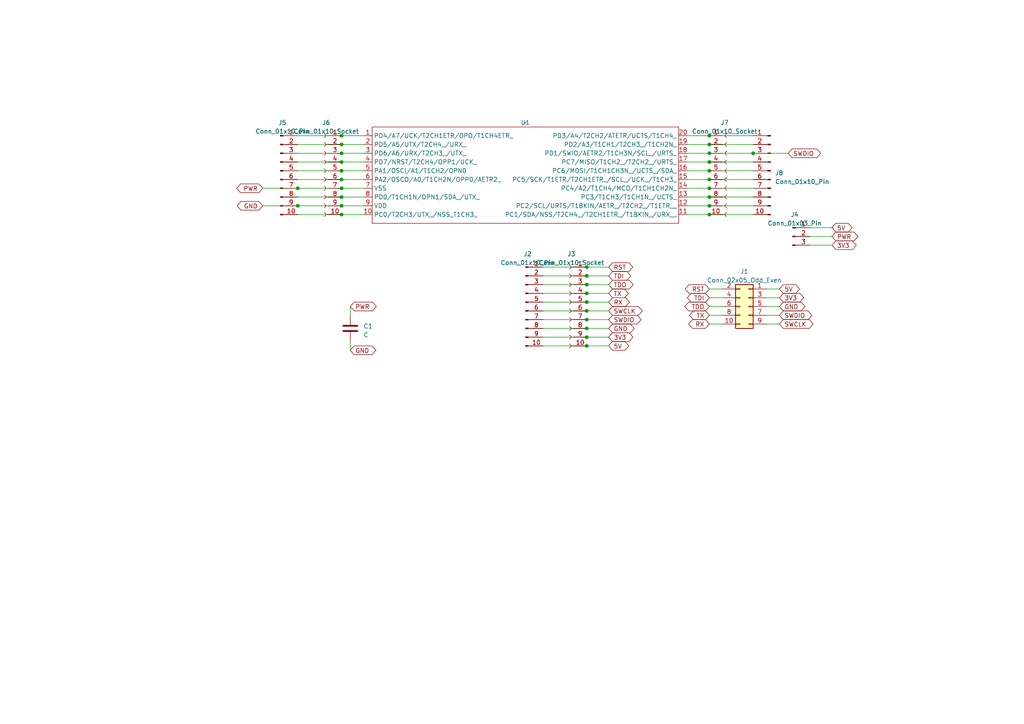
<source format=kicad_sch>
(kicad_sch (version 20230121) (generator eeschema)

  (uuid e7914252-2863-47b6-8079-a983d1f87677)

  (paper "A4")

  (lib_symbols
    (symbol "CH32V003:CH32V003F4P6" (in_bom yes) (on_board yes)
      (property "Reference" "U" (at 0 1.27 0)
        (effects (font (size 1.27 1.27)))
      )
      (property "Value" "" (at 0 1.27 0)
        (effects (font (size 1.27 1.27)))
      )
      (property "Footprint" "" (at 0 1.27 0)
        (effects (font (size 1.27 1.27)) hide)
      )
      (property "Datasheet" "" (at 0 1.27 0)
        (effects (font (size 1.27 1.27)) hide)
      )
      (symbol "CH32V003F4P6_0_1"
        (rectangle (start -44.45 0) (end 44.45 -27.94)
          (stroke (width 0) (type default))
          (fill (type none))
        )
      )
      (symbol "CH32V003F4P6_1_1"
        (pin bidirectional line (at -46.99 -2.54 0) (length 2.54)
          (name "PD4/A7/UCK/T2CH1ETR/OPO/T1CH4ETR_" (effects (font (size 1.27 1.27))))
          (number "1" (effects (font (size 1.27 1.27))))
        )
        (pin bidirectional line (at -46.99 -25.4 0) (length 2.54)
          (name "PC0/T2CH3/UTX_/NSS_T1CH3_" (effects (font (size 1.27 1.27))))
          (number "10" (effects (font (size 1.27 1.27))))
        )
        (pin bidirectional line (at 46.99 -25.4 180) (length 2.54)
          (name "PC1/SDA/NSS/T2CH4_/T2CH1ETR_/T1BKIN_/URX__" (effects (font (size 1.27 1.27))))
          (number "11" (effects (font (size 1.27 1.27))))
        )
        (pin bidirectional line (at 46.99 -22.86 180) (length 2.54)
          (name "PC2/SCL/URTS/T1BKIN/AETR_/T2CH2_/T1ETR__" (effects (font (size 1.27 1.27))))
          (number "12" (effects (font (size 1.27 1.27))))
        )
        (pin bidirectional line (at 46.99 -20.32 180) (length 2.54)
          (name "PC3/T1CH3/T1CH1N_/UCTS_" (effects (font (size 1.27 1.27))))
          (number "13" (effects (font (size 1.27 1.27))))
        )
        (pin bidirectional line (at 46.99 -17.78 180) (length 2.54)
          (name "PC4/A2/T1CH4/MCO/T1CH1CH2N_" (effects (font (size 1.27 1.27))))
          (number "14" (effects (font (size 1.27 1.27))))
        )
        (pin bidirectional line (at 46.99 -15.24 180) (length 2.54)
          (name "PC5/SCK/T1ETR/T2CH1ETR_/SCL_/UCK_/T1CH3_" (effects (font (size 1.27 1.27))))
          (number "15" (effects (font (size 1.27 1.27))))
        )
        (pin bidirectional line (at 46.99 -12.7 180) (length 2.54)
          (name "PC6/MOSI/T1CH1CH3N_/UCTS_/SDA_" (effects (font (size 1.27 1.27))))
          (number "16" (effects (font (size 1.27 1.27))))
        )
        (pin bidirectional line (at 46.99 -10.16 180) (length 2.54)
          (name "PC7/MISO/T1CH2_/T2CH2_/URTS_" (effects (font (size 1.27 1.27))))
          (number "17" (effects (font (size 1.27 1.27))))
        )
        (pin bidirectional line (at 46.99 -7.62 180) (length 2.54)
          (name "PD1/SWIO/AETR2/T1CH3N/SCL_/URTS_" (effects (font (size 1.27 1.27))))
          (number "18" (effects (font (size 1.27 1.27))))
        )
        (pin bidirectional line (at 46.99 -5.08 180) (length 2.54)
          (name "PD2/A3/T1CH1/T2CH3_/T1CH2N_" (effects (font (size 1.27 1.27))))
          (number "19" (effects (font (size 1.27 1.27))))
        )
        (pin bidirectional line (at -46.99 -5.08 0) (length 2.54)
          (name "PD5/A5/UTX/T2CH4_/URX_" (effects (font (size 1.27 1.27))))
          (number "2" (effects (font (size 1.27 1.27))))
        )
        (pin bidirectional line (at 46.99 -2.54 180) (length 2.54)
          (name "PD3/A4/T2CH2/ATETR/UCTS/T1CH4_" (effects (font (size 1.27 1.27))))
          (number "20" (effects (font (size 1.27 1.27))))
        )
        (pin bidirectional line (at -46.99 -7.62 0) (length 2.54)
          (name "PD6/A6/URX/T2CH3_/UTX_" (effects (font (size 1.27 1.27))))
          (number "3" (effects (font (size 1.27 1.27))))
        )
        (pin bidirectional line (at -46.99 -10.16 0) (length 2.54)
          (name "PD7/NRST/T2CH4/OPP1/UCK_" (effects (font (size 1.27 1.27))))
          (number "4" (effects (font (size 1.27 1.27))))
        )
        (pin bidirectional line (at -46.99 -12.7 0) (length 2.54)
          (name "PA1/OSCI/A1/T1CH2/OPN0" (effects (font (size 1.27 1.27))))
          (number "5" (effects (font (size 1.27 1.27))))
        )
        (pin bidirectional line (at -46.99 -15.24 0) (length 2.54)
          (name "PA2/OSCO/A0/T1CH2N/OPP0/AETR2_" (effects (font (size 1.27 1.27))))
          (number "6" (effects (font (size 1.27 1.27))))
        )
        (pin power_in line (at -46.99 -17.78 0) (length 2.54)
          (name "VSS" (effects (font (size 1.27 1.27))))
          (number "7" (effects (font (size 1.27 1.27))))
        )
        (pin bidirectional line (at -46.99 -20.32 0) (length 2.54)
          (name "PD0/T1CH1N/OPN1/SDA_/UTX_" (effects (font (size 1.27 1.27))))
          (number "8" (effects (font (size 1.27 1.27))))
        )
        (pin power_in line (at -46.99 -22.86 0) (length 2.54)
          (name "VDD" (effects (font (size 1.27 1.27))))
          (number "9" (effects (font (size 1.27 1.27))))
        )
      )
    )
    (symbol "Connector:Conn_01x03_Pin" (pin_names (offset 1.016) hide) (in_bom yes) (on_board yes)
      (property "Reference" "J" (at 0 5.08 0)
        (effects (font (size 1.27 1.27)))
      )
      (property "Value" "Conn_01x03_Pin" (at 0 -5.08 0)
        (effects (font (size 1.27 1.27)))
      )
      (property "Footprint" "" (at 0 0 0)
        (effects (font (size 1.27 1.27)) hide)
      )
      (property "Datasheet" "~" (at 0 0 0)
        (effects (font (size 1.27 1.27)) hide)
      )
      (property "ki_locked" "" (at 0 0 0)
        (effects (font (size 1.27 1.27)))
      )
      (property "ki_keywords" "connector" (at 0 0 0)
        (effects (font (size 1.27 1.27)) hide)
      )
      (property "ki_description" "Generic connector, single row, 01x03, script generated" (at 0 0 0)
        (effects (font (size 1.27 1.27)) hide)
      )
      (property "ki_fp_filters" "Connector*:*_1x??_*" (at 0 0 0)
        (effects (font (size 1.27 1.27)) hide)
      )
      (symbol "Conn_01x03_Pin_1_1"
        (polyline
          (pts
            (xy 1.27 -2.54)
            (xy 0.8636 -2.54)
          )
          (stroke (width 0.1524) (type default))
          (fill (type none))
        )
        (polyline
          (pts
            (xy 1.27 0)
            (xy 0.8636 0)
          )
          (stroke (width 0.1524) (type default))
          (fill (type none))
        )
        (polyline
          (pts
            (xy 1.27 2.54)
            (xy 0.8636 2.54)
          )
          (stroke (width 0.1524) (type default))
          (fill (type none))
        )
        (rectangle (start 0.8636 -2.413) (end 0 -2.667)
          (stroke (width 0.1524) (type default))
          (fill (type outline))
        )
        (rectangle (start 0.8636 0.127) (end 0 -0.127)
          (stroke (width 0.1524) (type default))
          (fill (type outline))
        )
        (rectangle (start 0.8636 2.667) (end 0 2.413)
          (stroke (width 0.1524) (type default))
          (fill (type outline))
        )
        (pin passive line (at 5.08 2.54 180) (length 3.81)
          (name "Pin_1" (effects (font (size 1.27 1.27))))
          (number "1" (effects (font (size 1.27 1.27))))
        )
        (pin passive line (at 5.08 0 180) (length 3.81)
          (name "Pin_2" (effects (font (size 1.27 1.27))))
          (number "2" (effects (font (size 1.27 1.27))))
        )
        (pin passive line (at 5.08 -2.54 180) (length 3.81)
          (name "Pin_3" (effects (font (size 1.27 1.27))))
          (number "3" (effects (font (size 1.27 1.27))))
        )
      )
    )
    (symbol "Connector:Conn_01x10_Pin" (pin_names (offset 1.016) hide) (in_bom yes) (on_board yes)
      (property "Reference" "J" (at 0 12.7 0)
        (effects (font (size 1.27 1.27)))
      )
      (property "Value" "Conn_01x10_Pin" (at 0 -15.24 0)
        (effects (font (size 1.27 1.27)))
      )
      (property "Footprint" "" (at 0 0 0)
        (effects (font (size 1.27 1.27)) hide)
      )
      (property "Datasheet" "~" (at 0 0 0)
        (effects (font (size 1.27 1.27)) hide)
      )
      (property "ki_locked" "" (at 0 0 0)
        (effects (font (size 1.27 1.27)))
      )
      (property "ki_keywords" "connector" (at 0 0 0)
        (effects (font (size 1.27 1.27)) hide)
      )
      (property "ki_description" "Generic connector, single row, 01x10, script generated" (at 0 0 0)
        (effects (font (size 1.27 1.27)) hide)
      )
      (property "ki_fp_filters" "Connector*:*_1x??_*" (at 0 0 0)
        (effects (font (size 1.27 1.27)) hide)
      )
      (symbol "Conn_01x10_Pin_1_1"
        (polyline
          (pts
            (xy 1.27 -12.7)
            (xy 0.8636 -12.7)
          )
          (stroke (width 0.1524) (type default))
          (fill (type none))
        )
        (polyline
          (pts
            (xy 1.27 -10.16)
            (xy 0.8636 -10.16)
          )
          (stroke (width 0.1524) (type default))
          (fill (type none))
        )
        (polyline
          (pts
            (xy 1.27 -7.62)
            (xy 0.8636 -7.62)
          )
          (stroke (width 0.1524) (type default))
          (fill (type none))
        )
        (polyline
          (pts
            (xy 1.27 -5.08)
            (xy 0.8636 -5.08)
          )
          (stroke (width 0.1524) (type default))
          (fill (type none))
        )
        (polyline
          (pts
            (xy 1.27 -2.54)
            (xy 0.8636 -2.54)
          )
          (stroke (width 0.1524) (type default))
          (fill (type none))
        )
        (polyline
          (pts
            (xy 1.27 0)
            (xy 0.8636 0)
          )
          (stroke (width 0.1524) (type default))
          (fill (type none))
        )
        (polyline
          (pts
            (xy 1.27 2.54)
            (xy 0.8636 2.54)
          )
          (stroke (width 0.1524) (type default))
          (fill (type none))
        )
        (polyline
          (pts
            (xy 1.27 5.08)
            (xy 0.8636 5.08)
          )
          (stroke (width 0.1524) (type default))
          (fill (type none))
        )
        (polyline
          (pts
            (xy 1.27 7.62)
            (xy 0.8636 7.62)
          )
          (stroke (width 0.1524) (type default))
          (fill (type none))
        )
        (polyline
          (pts
            (xy 1.27 10.16)
            (xy 0.8636 10.16)
          )
          (stroke (width 0.1524) (type default))
          (fill (type none))
        )
        (rectangle (start 0.8636 -12.573) (end 0 -12.827)
          (stroke (width 0.1524) (type default))
          (fill (type outline))
        )
        (rectangle (start 0.8636 -10.033) (end 0 -10.287)
          (stroke (width 0.1524) (type default))
          (fill (type outline))
        )
        (rectangle (start 0.8636 -7.493) (end 0 -7.747)
          (stroke (width 0.1524) (type default))
          (fill (type outline))
        )
        (rectangle (start 0.8636 -4.953) (end 0 -5.207)
          (stroke (width 0.1524) (type default))
          (fill (type outline))
        )
        (rectangle (start 0.8636 -2.413) (end 0 -2.667)
          (stroke (width 0.1524) (type default))
          (fill (type outline))
        )
        (rectangle (start 0.8636 0.127) (end 0 -0.127)
          (stroke (width 0.1524) (type default))
          (fill (type outline))
        )
        (rectangle (start 0.8636 2.667) (end 0 2.413)
          (stroke (width 0.1524) (type default))
          (fill (type outline))
        )
        (rectangle (start 0.8636 5.207) (end 0 4.953)
          (stroke (width 0.1524) (type default))
          (fill (type outline))
        )
        (rectangle (start 0.8636 7.747) (end 0 7.493)
          (stroke (width 0.1524) (type default))
          (fill (type outline))
        )
        (rectangle (start 0.8636 10.287) (end 0 10.033)
          (stroke (width 0.1524) (type default))
          (fill (type outline))
        )
        (pin passive line (at 5.08 10.16 180) (length 3.81)
          (name "Pin_1" (effects (font (size 1.27 1.27))))
          (number "1" (effects (font (size 1.27 1.27))))
        )
        (pin passive line (at 5.08 -12.7 180) (length 3.81)
          (name "Pin_10" (effects (font (size 1.27 1.27))))
          (number "10" (effects (font (size 1.27 1.27))))
        )
        (pin passive line (at 5.08 7.62 180) (length 3.81)
          (name "Pin_2" (effects (font (size 1.27 1.27))))
          (number "2" (effects (font (size 1.27 1.27))))
        )
        (pin passive line (at 5.08 5.08 180) (length 3.81)
          (name "Pin_3" (effects (font (size 1.27 1.27))))
          (number "3" (effects (font (size 1.27 1.27))))
        )
        (pin passive line (at 5.08 2.54 180) (length 3.81)
          (name "Pin_4" (effects (font (size 1.27 1.27))))
          (number "4" (effects (font (size 1.27 1.27))))
        )
        (pin passive line (at 5.08 0 180) (length 3.81)
          (name "Pin_5" (effects (font (size 1.27 1.27))))
          (number "5" (effects (font (size 1.27 1.27))))
        )
        (pin passive line (at 5.08 -2.54 180) (length 3.81)
          (name "Pin_6" (effects (font (size 1.27 1.27))))
          (number "6" (effects (font (size 1.27 1.27))))
        )
        (pin passive line (at 5.08 -5.08 180) (length 3.81)
          (name "Pin_7" (effects (font (size 1.27 1.27))))
          (number "7" (effects (font (size 1.27 1.27))))
        )
        (pin passive line (at 5.08 -7.62 180) (length 3.81)
          (name "Pin_8" (effects (font (size 1.27 1.27))))
          (number "8" (effects (font (size 1.27 1.27))))
        )
        (pin passive line (at 5.08 -10.16 180) (length 3.81)
          (name "Pin_9" (effects (font (size 1.27 1.27))))
          (number "9" (effects (font (size 1.27 1.27))))
        )
      )
    )
    (symbol "Connector:Conn_01x10_Socket" (pin_names (offset 1.016) hide) (in_bom yes) (on_board yes)
      (property "Reference" "J" (at 0 12.7 0)
        (effects (font (size 1.27 1.27)))
      )
      (property "Value" "Conn_01x10_Socket" (at 0 -15.24 0)
        (effects (font (size 1.27 1.27)))
      )
      (property "Footprint" "" (at 0 0 0)
        (effects (font (size 1.27 1.27)) hide)
      )
      (property "Datasheet" "~" (at 0 0 0)
        (effects (font (size 1.27 1.27)) hide)
      )
      (property "ki_locked" "" (at 0 0 0)
        (effects (font (size 1.27 1.27)))
      )
      (property "ki_keywords" "connector" (at 0 0 0)
        (effects (font (size 1.27 1.27)) hide)
      )
      (property "ki_description" "Generic connector, single row, 01x10, script generated" (at 0 0 0)
        (effects (font (size 1.27 1.27)) hide)
      )
      (property "ki_fp_filters" "Connector*:*_1x??_*" (at 0 0 0)
        (effects (font (size 1.27 1.27)) hide)
      )
      (symbol "Conn_01x10_Socket_1_1"
        (arc (start 0 -12.192) (mid -0.5058 -12.7) (end 0 -13.208)
          (stroke (width 0.1524) (type default))
          (fill (type none))
        )
        (arc (start 0 -9.652) (mid -0.5058 -10.16) (end 0 -10.668)
          (stroke (width 0.1524) (type default))
          (fill (type none))
        )
        (arc (start 0 -7.112) (mid -0.5058 -7.62) (end 0 -8.128)
          (stroke (width 0.1524) (type default))
          (fill (type none))
        )
        (arc (start 0 -4.572) (mid -0.5058 -5.08) (end 0 -5.588)
          (stroke (width 0.1524) (type default))
          (fill (type none))
        )
        (arc (start 0 -2.032) (mid -0.5058 -2.54) (end 0 -3.048)
          (stroke (width 0.1524) (type default))
          (fill (type none))
        )
        (polyline
          (pts
            (xy -1.27 -12.7)
            (xy -0.508 -12.7)
          )
          (stroke (width 0.1524) (type default))
          (fill (type none))
        )
        (polyline
          (pts
            (xy -1.27 -10.16)
            (xy -0.508 -10.16)
          )
          (stroke (width 0.1524) (type default))
          (fill (type none))
        )
        (polyline
          (pts
            (xy -1.27 -7.62)
            (xy -0.508 -7.62)
          )
          (stroke (width 0.1524) (type default))
          (fill (type none))
        )
        (polyline
          (pts
            (xy -1.27 -5.08)
            (xy -0.508 -5.08)
          )
          (stroke (width 0.1524) (type default))
          (fill (type none))
        )
        (polyline
          (pts
            (xy -1.27 -2.54)
            (xy -0.508 -2.54)
          )
          (stroke (width 0.1524) (type default))
          (fill (type none))
        )
        (polyline
          (pts
            (xy -1.27 0)
            (xy -0.508 0)
          )
          (stroke (width 0.1524) (type default))
          (fill (type none))
        )
        (polyline
          (pts
            (xy -1.27 2.54)
            (xy -0.508 2.54)
          )
          (stroke (width 0.1524) (type default))
          (fill (type none))
        )
        (polyline
          (pts
            (xy -1.27 5.08)
            (xy -0.508 5.08)
          )
          (stroke (width 0.1524) (type default))
          (fill (type none))
        )
        (polyline
          (pts
            (xy -1.27 7.62)
            (xy -0.508 7.62)
          )
          (stroke (width 0.1524) (type default))
          (fill (type none))
        )
        (polyline
          (pts
            (xy -1.27 10.16)
            (xy -0.508 10.16)
          )
          (stroke (width 0.1524) (type default))
          (fill (type none))
        )
        (arc (start 0 0.508) (mid -0.5058 0) (end 0 -0.508)
          (stroke (width 0.1524) (type default))
          (fill (type none))
        )
        (arc (start 0 3.048) (mid -0.5058 2.54) (end 0 2.032)
          (stroke (width 0.1524) (type default))
          (fill (type none))
        )
        (arc (start 0 5.588) (mid -0.5058 5.08) (end 0 4.572)
          (stroke (width 0.1524) (type default))
          (fill (type none))
        )
        (arc (start 0 8.128) (mid -0.5058 7.62) (end 0 7.112)
          (stroke (width 0.1524) (type default))
          (fill (type none))
        )
        (arc (start 0 10.668) (mid -0.5058 10.16) (end 0 9.652)
          (stroke (width 0.1524) (type default))
          (fill (type none))
        )
        (pin passive line (at -5.08 10.16 0) (length 3.81)
          (name "Pin_1" (effects (font (size 1.27 1.27))))
          (number "1" (effects (font (size 1.27 1.27))))
        )
        (pin passive line (at -5.08 -12.7 0) (length 3.81)
          (name "Pin_10" (effects (font (size 1.27 1.27))))
          (number "10" (effects (font (size 1.27 1.27))))
        )
        (pin passive line (at -5.08 7.62 0) (length 3.81)
          (name "Pin_2" (effects (font (size 1.27 1.27))))
          (number "2" (effects (font (size 1.27 1.27))))
        )
        (pin passive line (at -5.08 5.08 0) (length 3.81)
          (name "Pin_3" (effects (font (size 1.27 1.27))))
          (number "3" (effects (font (size 1.27 1.27))))
        )
        (pin passive line (at -5.08 2.54 0) (length 3.81)
          (name "Pin_4" (effects (font (size 1.27 1.27))))
          (number "4" (effects (font (size 1.27 1.27))))
        )
        (pin passive line (at -5.08 0 0) (length 3.81)
          (name "Pin_5" (effects (font (size 1.27 1.27))))
          (number "5" (effects (font (size 1.27 1.27))))
        )
        (pin passive line (at -5.08 -2.54 0) (length 3.81)
          (name "Pin_6" (effects (font (size 1.27 1.27))))
          (number "6" (effects (font (size 1.27 1.27))))
        )
        (pin passive line (at -5.08 -5.08 0) (length 3.81)
          (name "Pin_7" (effects (font (size 1.27 1.27))))
          (number "7" (effects (font (size 1.27 1.27))))
        )
        (pin passive line (at -5.08 -7.62 0) (length 3.81)
          (name "Pin_8" (effects (font (size 1.27 1.27))))
          (number "8" (effects (font (size 1.27 1.27))))
        )
        (pin passive line (at -5.08 -10.16 0) (length 3.81)
          (name "Pin_9" (effects (font (size 1.27 1.27))))
          (number "9" (effects (font (size 1.27 1.27))))
        )
      )
    )
    (symbol "Connector_Generic:Conn_02x05_Odd_Even" (pin_names (offset 1.016) hide) (in_bom yes) (on_board yes)
      (property "Reference" "J" (at 1.27 7.62 0)
        (effects (font (size 1.27 1.27)))
      )
      (property "Value" "Conn_02x05_Odd_Even" (at 1.27 -7.62 0)
        (effects (font (size 1.27 1.27)))
      )
      (property "Footprint" "" (at 0 0 0)
        (effects (font (size 1.27 1.27)) hide)
      )
      (property "Datasheet" "~" (at 0 0 0)
        (effects (font (size 1.27 1.27)) hide)
      )
      (property "ki_keywords" "connector" (at 0 0 0)
        (effects (font (size 1.27 1.27)) hide)
      )
      (property "ki_description" "Generic connector, double row, 02x05, odd/even pin numbering scheme (row 1 odd numbers, row 2 even numbers), script generated (kicad-library-utils/schlib/autogen/connector/)" (at 0 0 0)
        (effects (font (size 1.27 1.27)) hide)
      )
      (property "ki_fp_filters" "Connector*:*_2x??_*" (at 0 0 0)
        (effects (font (size 1.27 1.27)) hide)
      )
      (symbol "Conn_02x05_Odd_Even_1_1"
        (rectangle (start -1.27 -4.953) (end 0 -5.207)
          (stroke (width 0.1524) (type default))
          (fill (type none))
        )
        (rectangle (start -1.27 -2.413) (end 0 -2.667)
          (stroke (width 0.1524) (type default))
          (fill (type none))
        )
        (rectangle (start -1.27 0.127) (end 0 -0.127)
          (stroke (width 0.1524) (type default))
          (fill (type none))
        )
        (rectangle (start -1.27 2.667) (end 0 2.413)
          (stroke (width 0.1524) (type default))
          (fill (type none))
        )
        (rectangle (start -1.27 5.207) (end 0 4.953)
          (stroke (width 0.1524) (type default))
          (fill (type none))
        )
        (rectangle (start -1.27 6.35) (end 3.81 -6.35)
          (stroke (width 0.254) (type default))
          (fill (type background))
        )
        (rectangle (start 3.81 -4.953) (end 2.54 -5.207)
          (stroke (width 0.1524) (type default))
          (fill (type none))
        )
        (rectangle (start 3.81 -2.413) (end 2.54 -2.667)
          (stroke (width 0.1524) (type default))
          (fill (type none))
        )
        (rectangle (start 3.81 0.127) (end 2.54 -0.127)
          (stroke (width 0.1524) (type default))
          (fill (type none))
        )
        (rectangle (start 3.81 2.667) (end 2.54 2.413)
          (stroke (width 0.1524) (type default))
          (fill (type none))
        )
        (rectangle (start 3.81 5.207) (end 2.54 4.953)
          (stroke (width 0.1524) (type default))
          (fill (type none))
        )
        (pin passive line (at -5.08 5.08 0) (length 3.81)
          (name "Pin_1" (effects (font (size 1.27 1.27))))
          (number "1" (effects (font (size 1.27 1.27))))
        )
        (pin passive line (at 7.62 -5.08 180) (length 3.81)
          (name "Pin_10" (effects (font (size 1.27 1.27))))
          (number "10" (effects (font (size 1.27 1.27))))
        )
        (pin passive line (at 7.62 5.08 180) (length 3.81)
          (name "Pin_2" (effects (font (size 1.27 1.27))))
          (number "2" (effects (font (size 1.27 1.27))))
        )
        (pin passive line (at -5.08 2.54 0) (length 3.81)
          (name "Pin_3" (effects (font (size 1.27 1.27))))
          (number "3" (effects (font (size 1.27 1.27))))
        )
        (pin passive line (at 7.62 2.54 180) (length 3.81)
          (name "Pin_4" (effects (font (size 1.27 1.27))))
          (number "4" (effects (font (size 1.27 1.27))))
        )
        (pin passive line (at -5.08 0 0) (length 3.81)
          (name "Pin_5" (effects (font (size 1.27 1.27))))
          (number "5" (effects (font (size 1.27 1.27))))
        )
        (pin passive line (at 7.62 0 180) (length 3.81)
          (name "Pin_6" (effects (font (size 1.27 1.27))))
          (number "6" (effects (font (size 1.27 1.27))))
        )
        (pin passive line (at -5.08 -2.54 0) (length 3.81)
          (name "Pin_7" (effects (font (size 1.27 1.27))))
          (number "7" (effects (font (size 1.27 1.27))))
        )
        (pin passive line (at 7.62 -2.54 180) (length 3.81)
          (name "Pin_8" (effects (font (size 1.27 1.27))))
          (number "8" (effects (font (size 1.27 1.27))))
        )
        (pin passive line (at -5.08 -5.08 0) (length 3.81)
          (name "Pin_9" (effects (font (size 1.27 1.27))))
          (number "9" (effects (font (size 1.27 1.27))))
        )
      )
    )
    (symbol "Device:C" (pin_numbers hide) (pin_names (offset 0.254)) (in_bom yes) (on_board yes)
      (property "Reference" "C" (at 0.635 2.54 0)
        (effects (font (size 1.27 1.27)) (justify left))
      )
      (property "Value" "C" (at 0.635 -2.54 0)
        (effects (font (size 1.27 1.27)) (justify left))
      )
      (property "Footprint" "" (at 0.9652 -3.81 0)
        (effects (font (size 1.27 1.27)) hide)
      )
      (property "Datasheet" "~" (at 0 0 0)
        (effects (font (size 1.27 1.27)) hide)
      )
      (property "ki_keywords" "cap capacitor" (at 0 0 0)
        (effects (font (size 1.27 1.27)) hide)
      )
      (property "ki_description" "Unpolarized capacitor" (at 0 0 0)
        (effects (font (size 1.27 1.27)) hide)
      )
      (property "ki_fp_filters" "C_*" (at 0 0 0)
        (effects (font (size 1.27 1.27)) hide)
      )
      (symbol "C_0_1"
        (polyline
          (pts
            (xy -2.032 -0.762)
            (xy 2.032 -0.762)
          )
          (stroke (width 0.508) (type default))
          (fill (type none))
        )
        (polyline
          (pts
            (xy -2.032 0.762)
            (xy 2.032 0.762)
          )
          (stroke (width 0.508) (type default))
          (fill (type none))
        )
      )
      (symbol "C_1_1"
        (pin passive line (at 0 3.81 270) (length 2.794)
          (name "~" (effects (font (size 1.27 1.27))))
          (number "1" (effects (font (size 1.27 1.27))))
        )
        (pin passive line (at 0 -3.81 90) (length 2.794)
          (name "~" (effects (font (size 1.27 1.27))))
          (number "2" (effects (font (size 1.27 1.27))))
        )
      )
    )
  )

  (junction (at 205.74 52.07) (diameter 0) (color 0 0 0 0)
    (uuid 077b9e75-b155-47be-868d-99596324cd0d)
  )
  (junction (at 205.74 41.91) (diameter 0) (color 0 0 0 0)
    (uuid 1434943a-1e8d-4d87-bac5-74510276a0f4)
  )
  (junction (at 170.18 80.01) (diameter 0) (color 0 0 0 0)
    (uuid 1b1bdc2e-6483-4c2a-915f-795637615a17)
  )
  (junction (at 99.06 57.15) (diameter 0) (color 0 0 0 0)
    (uuid 1c4979a8-9ceb-4a7d-95be-bbcd42f16331)
  )
  (junction (at 205.74 46.99) (diameter 0) (color 0 0 0 0)
    (uuid 316d13f4-6693-4ff5-b2ff-3cc0a3c8fc3c)
  )
  (junction (at 99.06 41.91) (diameter 0) (color 0 0 0 0)
    (uuid 3bcd1874-987d-4034-9963-6c6d6f46528f)
  )
  (junction (at 170.18 87.63) (diameter 0) (color 0 0 0 0)
    (uuid 3fd3d8ed-a401-4c4d-9db0-ea264b0bb143)
  )
  (junction (at 170.18 95.25) (diameter 0) (color 0 0 0 0)
    (uuid 4c441fe2-09f0-46a5-95e8-5ddf1214e6e8)
  )
  (junction (at 99.06 52.07) (diameter 0) (color 0 0 0 0)
    (uuid 4f9de3b9-3578-4c51-8a87-97e3ad1dac35)
  )
  (junction (at 205.74 44.45) (diameter 0) (color 0 0 0 0)
    (uuid 54da3e11-7376-452f-86b1-b52c38e1ed48)
  )
  (junction (at 86.36 54.61) (diameter 0) (color 0 0 0 0)
    (uuid 6404d9ac-2bac-49ff-99ba-86711efb4b90)
  )
  (junction (at 205.74 57.15) (diameter 0) (color 0 0 0 0)
    (uuid 7c1b4348-e2f3-4d71-80c5-891c9fb4e2d9)
  )
  (junction (at 99.06 44.45) (diameter 0) (color 0 0 0 0)
    (uuid 7f5d88a8-64c8-4238-9019-bbdd1f53afae)
  )
  (junction (at 170.18 100.33) (diameter 0) (color 0 0 0 0)
    (uuid 80356667-5d45-4793-aa45-0f1da192390f)
  )
  (junction (at 99.06 59.69) (diameter 0) (color 0 0 0 0)
    (uuid 8ba68d2c-d868-4ca3-b850-8e5a69580d59)
  )
  (junction (at 170.18 77.47) (diameter 0) (color 0 0 0 0)
    (uuid a0ee0958-3c9a-4f6e-b73b-bf5ecc5209ee)
  )
  (junction (at 205.74 62.23) (diameter 0) (color 0 0 0 0)
    (uuid a817a315-d554-44b3-b8f8-3e6c4a683388)
  )
  (junction (at 170.18 85.09) (diameter 0) (color 0 0 0 0)
    (uuid ac06b29f-54a0-47e5-bd54-19f5fc48d79d)
  )
  (junction (at 99.06 54.61) (diameter 0) (color 0 0 0 0)
    (uuid ae2c8c57-2f12-4d42-91e2-bca0b6b67e71)
  )
  (junction (at 99.06 46.99) (diameter 0) (color 0 0 0 0)
    (uuid b5539098-4999-4c61-8feb-05e791934774)
  )
  (junction (at 170.18 90.17) (diameter 0) (color 0 0 0 0)
    (uuid c66bd90f-fe3d-4140-9123-153fa15555cc)
  )
  (junction (at 170.18 82.55) (diameter 0) (color 0 0 0 0)
    (uuid cd5e0ced-0264-4445-98d4-84bc846fc25b)
  )
  (junction (at 99.06 62.23) (diameter 0) (color 0 0 0 0)
    (uuid d1ba3787-1bcb-4fc7-840a-679d8048ad8c)
  )
  (junction (at 205.74 39.37) (diameter 0) (color 0 0 0 0)
    (uuid d59a1acf-8259-4a23-9262-386d1c793f3e)
  )
  (junction (at 205.74 59.69) (diameter 0) (color 0 0 0 0)
    (uuid d99cfd06-5263-4714-9d95-f1d71c76eed5)
  )
  (junction (at 99.06 39.37) (diameter 0) (color 0 0 0 0)
    (uuid daf60fd3-3fa6-407d-94ef-4e572369868c)
  )
  (junction (at 205.74 54.61) (diameter 0) (color 0 0 0 0)
    (uuid e53bc1aa-9604-4091-85b9-6e90b0b4f753)
  )
  (junction (at 218.44 44.45) (diameter 0) (color 0 0 0 0)
    (uuid e6941fe2-282a-4432-9a52-7014aff5d3fd)
  )
  (junction (at 86.36 59.69) (diameter 0) (color 0 0 0 0)
    (uuid e832997a-d62a-4414-a58f-bea492ffc180)
  )
  (junction (at 99.06 49.53) (diameter 0) (color 0 0 0 0)
    (uuid ec703841-1c86-41dd-b3c7-3749cfa5ab88)
  )
  (junction (at 205.74 49.53) (diameter 0) (color 0 0 0 0)
    (uuid ecbd5a75-b830-4c07-8926-33259376c0f4)
  )
  (junction (at 170.18 92.71) (diameter 0) (color 0 0 0 0)
    (uuid ef09b687-42c8-492e-b5a5-dcee2b6b6a97)
  )
  (junction (at 170.18 97.79) (diameter 0) (color 0 0 0 0)
    (uuid faaf4953-ad42-4948-be63-6b617148c026)
  )

  (wire (pts (xy 205.74 62.23) (xy 199.39 62.23))
    (stroke (width 0) (type default))
    (uuid 014d8878-f186-43bd-90dc-54d93b739e5e)
  )
  (wire (pts (xy 205.74 93.98) (xy 209.55 93.98))
    (stroke (width 0) (type default))
    (uuid 038540c2-8e9d-497f-abc3-58f3c2468fcc)
  )
  (wire (pts (xy 222.25 86.36) (xy 226.06 86.36))
    (stroke (width 0) (type default))
    (uuid 03fbf2c1-095a-4ac0-94f9-cba671a5ce9f)
  )
  (wire (pts (xy 218.44 57.15) (xy 205.74 57.15))
    (stroke (width 0) (type default))
    (uuid 0b3f3a10-0443-4d83-9008-e00cf7be5032)
  )
  (wire (pts (xy 99.06 46.99) (xy 105.41 46.99))
    (stroke (width 0) (type default))
    (uuid 0f2578cf-1190-401c-8429-e1d63ae3e40b)
  )
  (wire (pts (xy 157.48 95.25) (xy 170.18 95.25))
    (stroke (width 0) (type default))
    (uuid 12232233-3048-4f68-99f0-edc783d148cf)
  )
  (wire (pts (xy 76.2 54.61) (xy 86.36 54.61))
    (stroke (width 0) (type default))
    (uuid 14b60fe3-136b-4e2a-9336-3e5a47f0bda6)
  )
  (wire (pts (xy 170.18 90.17) (xy 176.53 90.17))
    (stroke (width 0) (type default))
    (uuid 16d6a608-043c-410b-8083-5b97d3b8c99b)
  )
  (wire (pts (xy 157.48 82.55) (xy 170.18 82.55))
    (stroke (width 0) (type default))
    (uuid 18ffd2ce-35e4-4259-9cae-da1c3ceef755)
  )
  (wire (pts (xy 99.06 41.91) (xy 105.41 41.91))
    (stroke (width 0) (type default))
    (uuid 1a0f0007-a4ce-4270-b6e9-86cd7c590694)
  )
  (wire (pts (xy 205.74 44.45) (xy 199.39 44.45))
    (stroke (width 0) (type default))
    (uuid 28d5c9ec-cccd-4278-b419-6d9175a0d314)
  )
  (wire (pts (xy 86.36 54.61) (xy 99.06 54.61))
    (stroke (width 0) (type default))
    (uuid 2cfc6fc8-66a1-434f-9284-bb35af5ad7c3)
  )
  (wire (pts (xy 218.44 39.37) (xy 205.74 39.37))
    (stroke (width 0) (type default))
    (uuid 2dc36b28-f32a-4d63-a6be-d9d3b0606565)
  )
  (wire (pts (xy 86.36 52.07) (xy 99.06 52.07))
    (stroke (width 0) (type default))
    (uuid 2ecc3a1e-13c7-4507-a866-fb0013476583)
  )
  (wire (pts (xy 157.48 92.71) (xy 170.18 92.71))
    (stroke (width 0) (type default))
    (uuid 2f5b732d-90bc-4645-b3c2-f7a40acb90f1)
  )
  (wire (pts (xy 99.06 39.37) (xy 105.41 39.37))
    (stroke (width 0) (type default))
    (uuid 328c2cf6-31ad-4ffa-89d2-3d9dee9e208c)
  )
  (wire (pts (xy 170.18 85.09) (xy 176.53 85.09))
    (stroke (width 0) (type default))
    (uuid 33852664-ba56-4a48-a86f-c510b7b24b7c)
  )
  (wire (pts (xy 170.18 82.55) (xy 176.53 82.55))
    (stroke (width 0) (type default))
    (uuid 356517fc-d2a0-4182-9ddb-5d49d9805ff7)
  )
  (wire (pts (xy 157.48 90.17) (xy 170.18 90.17))
    (stroke (width 0) (type default))
    (uuid 360db7e8-8df5-479a-b56a-69af48623dbb)
  )
  (wire (pts (xy 222.25 83.82) (xy 226.06 83.82))
    (stroke (width 0) (type default))
    (uuid 4087200f-6c94-4446-bcea-fc5411632023)
  )
  (wire (pts (xy 205.74 49.53) (xy 199.39 49.53))
    (stroke (width 0) (type default))
    (uuid 43558fb7-b2bf-4519-955c-f57a081b73e8)
  )
  (wire (pts (xy 218.44 44.45) (xy 228.6 44.45))
    (stroke (width 0) (type default))
    (uuid 46ad5f94-ca5a-4bbb-a9f2-0778df63a6aa)
  )
  (wire (pts (xy 218.44 41.91) (xy 205.74 41.91))
    (stroke (width 0) (type default))
    (uuid 499d5e25-bff7-4eeb-9aae-b55db2013c51)
  )
  (wire (pts (xy 99.06 52.07) (xy 105.41 52.07))
    (stroke (width 0) (type default))
    (uuid 49e032bc-537e-4038-bf44-a70423c46a89)
  )
  (wire (pts (xy 205.74 54.61) (xy 199.39 54.61))
    (stroke (width 0) (type default))
    (uuid 51019bbf-e740-4f33-96d5-2ba1dbc6f5f7)
  )
  (wire (pts (xy 86.36 41.91) (xy 99.06 41.91))
    (stroke (width 0) (type default))
    (uuid 52ad51ea-fab0-4c38-8662-9ed4994be1ea)
  )
  (wire (pts (xy 157.48 80.01) (xy 170.18 80.01))
    (stroke (width 0) (type default))
    (uuid 530573d7-360b-4507-99e9-696fbe3e869c)
  )
  (wire (pts (xy 157.48 77.47) (xy 170.18 77.47))
    (stroke (width 0) (type default))
    (uuid 5312e906-7cca-49ba-bf0b-ded2681a0e8c)
  )
  (wire (pts (xy 99.06 57.15) (xy 105.41 57.15))
    (stroke (width 0) (type default))
    (uuid 56cd04cc-bb7b-4396-84bc-bc3334fd35b5)
  )
  (wire (pts (xy 234.95 66.04) (xy 241.3 66.04))
    (stroke (width 0) (type default))
    (uuid 56e806e6-1aaa-4998-b77a-e7cc78188c3a)
  )
  (wire (pts (xy 170.18 77.47) (xy 176.53 77.47))
    (stroke (width 0) (type default))
    (uuid 5fb00139-f025-41d5-9b82-32353aa6617f)
  )
  (wire (pts (xy 222.25 88.9) (xy 226.06 88.9))
    (stroke (width 0) (type default))
    (uuid 63bf196a-9a08-4f36-8bbd-c14f9f38bed8)
  )
  (wire (pts (xy 99.06 59.69) (xy 105.41 59.69))
    (stroke (width 0) (type default))
    (uuid 680f4ef0-dd2c-43b6-9d82-4b48fb574cae)
  )
  (wire (pts (xy 101.6 99.06) (xy 101.6 101.6))
    (stroke (width 0) (type default))
    (uuid 6f376ae5-0c93-4044-b808-c71db1fcd9e3)
  )
  (wire (pts (xy 86.36 49.53) (xy 99.06 49.53))
    (stroke (width 0) (type default))
    (uuid 73dacb9c-fe46-4b66-85ba-ef9f8d3cd80a)
  )
  (wire (pts (xy 86.36 62.23) (xy 99.06 62.23))
    (stroke (width 0) (type default))
    (uuid 748c33aa-51e3-4ef8-b9af-7b97c0af6eea)
  )
  (wire (pts (xy 86.36 59.69) (xy 99.06 59.69))
    (stroke (width 0) (type default))
    (uuid 7522cfc5-1ac1-4994-969f-64fddbec087a)
  )
  (wire (pts (xy 86.36 39.37) (xy 99.06 39.37))
    (stroke (width 0) (type default))
    (uuid 798ab026-c958-4d0b-a445-0b72434bc015)
  )
  (wire (pts (xy 157.48 100.33) (xy 170.18 100.33))
    (stroke (width 0) (type default))
    (uuid 7dd01d61-b8ab-405e-be94-05050a5cab75)
  )
  (wire (pts (xy 76.2 59.69) (xy 86.36 59.69))
    (stroke (width 0) (type default))
    (uuid 836e394c-73ea-422c-b55e-da3d1b4eeae2)
  )
  (wire (pts (xy 157.48 87.63) (xy 170.18 87.63))
    (stroke (width 0) (type default))
    (uuid 85cd1ea8-0973-4440-ab51-31e142d8d15e)
  )
  (wire (pts (xy 99.06 54.61) (xy 105.41 54.61))
    (stroke (width 0) (type default))
    (uuid 8e512381-f9de-4817-bbc2-49be7c2e314b)
  )
  (wire (pts (xy 205.74 46.99) (xy 199.39 46.99))
    (stroke (width 0) (type default))
    (uuid 90334786-68a0-40c8-9dfa-e8f37fb6f3f9)
  )
  (wire (pts (xy 205.74 39.37) (xy 199.39 39.37))
    (stroke (width 0) (type default))
    (uuid 991aff3b-e5b8-43c1-b047-e711a5f80a17)
  )
  (wire (pts (xy 218.44 62.23) (xy 205.74 62.23))
    (stroke (width 0) (type default))
    (uuid 9a06f498-837d-42ae-bb10-288d98f9e3a4)
  )
  (wire (pts (xy 218.44 46.99) (xy 205.74 46.99))
    (stroke (width 0) (type default))
    (uuid 9a6d545a-88ca-4af6-a70c-465fdb60eb49)
  )
  (wire (pts (xy 205.74 52.07) (xy 199.39 52.07))
    (stroke (width 0) (type default))
    (uuid 9fac493c-80a0-49a4-8cfe-d8dad5fd0116)
  )
  (wire (pts (xy 222.25 93.98) (xy 226.06 93.98))
    (stroke (width 0) (type default))
    (uuid a4d00a07-3159-4a80-9094-2236d262c27a)
  )
  (wire (pts (xy 205.74 88.9) (xy 209.55 88.9))
    (stroke (width 0) (type default))
    (uuid a59d215e-0ff4-40c0-876b-109e9926696d)
  )
  (wire (pts (xy 170.18 95.25) (xy 176.53 95.25))
    (stroke (width 0) (type default))
    (uuid a5ba7306-c6bf-415e-b686-f8b71921dc6a)
  )
  (wire (pts (xy 170.18 100.33) (xy 176.53 100.33))
    (stroke (width 0) (type default))
    (uuid a6ef564d-56ea-4c03-8437-eb8ed8dcbe71)
  )
  (wire (pts (xy 170.18 92.71) (xy 176.53 92.71))
    (stroke (width 0) (type default))
    (uuid a9c3765f-b610-4b6e-ac2c-b1f1c7b1d2c6)
  )
  (wire (pts (xy 234.95 68.58) (xy 241.3 68.58))
    (stroke (width 0) (type default))
    (uuid ae2516d3-7959-4d44-8b7c-cd47f7ecb3be)
  )
  (wire (pts (xy 205.74 83.82) (xy 209.55 83.82))
    (stroke (width 0) (type default))
    (uuid aee3a00a-c752-4231-982e-a03b95fefdb4)
  )
  (wire (pts (xy 99.06 44.45) (xy 105.41 44.45))
    (stroke (width 0) (type default))
    (uuid b034bbf0-7c62-4ef0-8faa-c5a8f24c8b6d)
  )
  (wire (pts (xy 205.74 57.15) (xy 199.39 57.15))
    (stroke (width 0) (type default))
    (uuid b04f6b05-bd99-403d-8c73-1bc9e93218bb)
  )
  (wire (pts (xy 101.6 88.9) (xy 101.6 91.44))
    (stroke (width 0) (type default))
    (uuid b43ca35f-5634-48a5-98c0-a7291245e058)
  )
  (wire (pts (xy 86.36 44.45) (xy 99.06 44.45))
    (stroke (width 0) (type default))
    (uuid ba8b23ae-6125-4a2d-991c-393c3ccd3780)
  )
  (wire (pts (xy 205.74 59.69) (xy 199.39 59.69))
    (stroke (width 0) (type default))
    (uuid bbe74e89-3d59-4b53-8226-72e01030947c)
  )
  (wire (pts (xy 157.48 85.09) (xy 170.18 85.09))
    (stroke (width 0) (type default))
    (uuid bdc05e31-5001-4b19-8b04-80f448c0124b)
  )
  (wire (pts (xy 170.18 97.79) (xy 176.53 97.79))
    (stroke (width 0) (type default))
    (uuid c6c00bb0-583f-4555-b9f4-592c56874b59)
  )
  (wire (pts (xy 205.74 91.44) (xy 209.55 91.44))
    (stroke (width 0) (type default))
    (uuid c8e3f725-b17b-4246-b928-bb26a9ec2ad6)
  )
  (wire (pts (xy 99.06 62.23) (xy 105.41 62.23))
    (stroke (width 0) (type default))
    (uuid d3fb00dc-e59a-450e-a4e2-ca576146bc99)
  )
  (wire (pts (xy 170.18 80.01) (xy 176.53 80.01))
    (stroke (width 0) (type default))
    (uuid d56c652b-4eba-4f3e-a458-d1e8c72ef9fc)
  )
  (wire (pts (xy 234.95 71.12) (xy 241.3 71.12))
    (stroke (width 0) (type default))
    (uuid d90f7799-aa92-4906-9e98-10e5cbe24b41)
  )
  (wire (pts (xy 86.36 46.99) (xy 99.06 46.99))
    (stroke (width 0) (type default))
    (uuid d9892ecc-349e-4abf-83d1-7826b4b8cdd3)
  )
  (wire (pts (xy 170.18 87.63) (xy 176.53 87.63))
    (stroke (width 0) (type default))
    (uuid db6cf36f-c1be-4aa0-9271-c719642df189)
  )
  (wire (pts (xy 218.44 49.53) (xy 205.74 49.53))
    (stroke (width 0) (type default))
    (uuid dc821f8a-2e81-4921-88af-c122fb8cb3fc)
  )
  (wire (pts (xy 205.74 44.45) (xy 218.44 44.45))
    (stroke (width 0) (type default))
    (uuid e3c84c18-a749-4686-80e5-72d20ca3e99e)
  )
  (wire (pts (xy 157.48 97.79) (xy 170.18 97.79))
    (stroke (width 0) (type default))
    (uuid e4315e7d-6fe3-4207-96df-d67a43f17f72)
  )
  (wire (pts (xy 218.44 54.61) (xy 205.74 54.61))
    (stroke (width 0) (type default))
    (uuid e475132f-2968-4361-9daa-7712bc4da885)
  )
  (wire (pts (xy 222.25 91.44) (xy 226.06 91.44))
    (stroke (width 0) (type default))
    (uuid e752fcc7-89c4-4747-a1e2-b68e0e505337)
  )
  (wire (pts (xy 205.74 86.36) (xy 209.55 86.36))
    (stroke (width 0) (type default))
    (uuid ebfc674d-9622-48ca-a6df-c0ac5664ae33)
  )
  (wire (pts (xy 86.36 57.15) (xy 99.06 57.15))
    (stroke (width 0) (type default))
    (uuid ecd545f8-3025-4ea8-9ff4-7fbf31271e76)
  )
  (wire (pts (xy 218.44 52.07) (xy 205.74 52.07))
    (stroke (width 0) (type default))
    (uuid ef72659b-256f-4c02-8b76-66b68fb57e3d)
  )
  (wire (pts (xy 218.44 59.69) (xy 205.74 59.69))
    (stroke (width 0) (type default))
    (uuid f3221462-c175-42cf-b5d7-ed9804ea8a13)
  )
  (wire (pts (xy 99.06 49.53) (xy 105.41 49.53))
    (stroke (width 0) (type default))
    (uuid f9359a48-66d5-46f6-bf6c-b905c4cc0640)
  )
  (wire (pts (xy 205.74 41.91) (xy 199.39 41.91))
    (stroke (width 0) (type default))
    (uuid fa8f5f23-d2d7-45f2-a3dd-53e1a8b730e3)
  )

  (global_label "GND" (shape bidirectional) (at 101.6 101.6 0) (fields_autoplaced)
    (effects (font (size 1.27 1.27)) (justify left))
    (uuid 04192235-7cf9-4a90-ae7c-26c6f5739513)
    (property "Intersheetrefs" "${INTERSHEET_REFS}" (at 109.4876 101.6 0)
      (effects (font (size 1.27 1.27)) (justify left) hide)
    )
  )
  (global_label "SWCLK" (shape bidirectional) (at 176.53 90.17 0) (fields_autoplaced)
    (effects (font (size 1.27 1.27)) (justify left))
    (uuid 0dabaf2c-b497-43df-8f43-5185a0cc9db1)
    (property "Intersheetrefs" "${INTERSHEET_REFS}" (at 186.7761 90.17 0)
      (effects (font (size 1.27 1.27)) (justify left) hide)
    )
  )
  (global_label "GND" (shape bidirectional) (at 176.53 95.25 0) (fields_autoplaced)
    (effects (font (size 1.27 1.27)) (justify left))
    (uuid 0dccabe4-a0c9-4bc0-bb98-eaffc4734a81)
    (property "Intersheetrefs" "${INTERSHEET_REFS}" (at 184.4176 95.25 0)
      (effects (font (size 1.27 1.27)) (justify left) hide)
    )
  )
  (global_label "TDI" (shape bidirectional) (at 205.74 86.36 180) (fields_autoplaced)
    (effects (font (size 1.27 1.27)) (justify right))
    (uuid 22e4177f-38f5-4d02-b408-8f0d4682e033)
    (property "Intersheetrefs" "${INTERSHEET_REFS}" (at 198.8805 86.36 0)
      (effects (font (size 1.27 1.27)) (justify right) hide)
    )
  )
  (global_label "SWDIO" (shape bidirectional) (at 176.53 92.71 0) (fields_autoplaced)
    (effects (font (size 1.27 1.27)) (justify left))
    (uuid 3311e482-1f18-40ad-a455-3fc4e8ae452e)
    (property "Intersheetrefs" "${INTERSHEET_REFS}" (at 186.4133 92.71 0)
      (effects (font (size 1.27 1.27)) (justify left) hide)
    )
  )
  (global_label "SWCLK" (shape bidirectional) (at 226.06 93.98 0) (fields_autoplaced)
    (effects (font (size 1.27 1.27)) (justify left))
    (uuid 336a9bcc-7fd0-4251-a3fd-b4ba99e3fcca)
    (property "Intersheetrefs" "${INTERSHEET_REFS}" (at 236.3061 93.98 0)
      (effects (font (size 1.27 1.27)) (justify left) hide)
    )
  )
  (global_label "TX" (shape bidirectional) (at 205.74 91.44 180) (fields_autoplaced)
    (effects (font (size 1.27 1.27)) (justify right))
    (uuid 391f6041-f014-49ff-8db6-2140a925b3d6)
    (property "Intersheetrefs" "${INTERSHEET_REFS}" (at 199.5458 91.44 0)
      (effects (font (size 1.27 1.27)) (justify right) hide)
    )
  )
  (global_label "GND" (shape bidirectional) (at 76.2 59.69 180) (fields_autoplaced)
    (effects (font (size 1.27 1.27)) (justify right))
    (uuid 5e5cbb2e-18fc-4645-aad1-fc1598e46b2b)
    (property "Intersheetrefs" "${INTERSHEET_REFS}" (at 68.3124 59.69 0)
      (effects (font (size 1.27 1.27)) (justify right) hide)
    )
  )
  (global_label "RX" (shape bidirectional) (at 205.74 93.98 180) (fields_autoplaced)
    (effects (font (size 1.27 1.27)) (justify right))
    (uuid 60274736-a54f-4621-9d91-a5688ee7fea9)
    (property "Intersheetrefs" "${INTERSHEET_REFS}" (at 199.2434 93.98 0)
      (effects (font (size 1.27 1.27)) (justify right) hide)
    )
  )
  (global_label "PWR" (shape bidirectional) (at 76.2 54.61 180) (fields_autoplaced)
    (effects (font (size 1.27 1.27)) (justify right))
    (uuid 663e0935-2478-4de9-ba6d-037528e5d333)
    (property "Intersheetrefs" "${INTERSHEET_REFS}" (at 68.1915 54.61 0)
      (effects (font (size 1.27 1.27)) (justify right) hide)
    )
  )
  (global_label "RX" (shape bidirectional) (at 176.53 87.63 0) (fields_autoplaced)
    (effects (font (size 1.27 1.27)) (justify left))
    (uuid 75f8b656-4c18-4648-839e-94af0217fe59)
    (property "Intersheetrefs" "${INTERSHEET_REFS}" (at 183.0266 87.63 0)
      (effects (font (size 1.27 1.27)) (justify left) hide)
    )
  )
  (global_label "3V3" (shape bidirectional) (at 241.3 71.12 0) (fields_autoplaced)
    (effects (font (size 1.27 1.27)) (justify left))
    (uuid 9009530c-2ac3-476b-b5a6-44fee60d5d3c)
    (property "Intersheetrefs" "${INTERSHEET_REFS}" (at 248.8247 71.12 0)
      (effects (font (size 1.27 1.27)) (justify left) hide)
    )
  )
  (global_label "GND" (shape bidirectional) (at 226.06 88.9 0) (fields_autoplaced)
    (effects (font (size 1.27 1.27)) (justify left))
    (uuid 975abfff-200b-4a05-a51f-884412a8da1a)
    (property "Intersheetrefs" "${INTERSHEET_REFS}" (at 233.9476 88.9 0)
      (effects (font (size 1.27 1.27)) (justify left) hide)
    )
  )
  (global_label "SWDIO" (shape bidirectional) (at 226.06 91.44 0) (fields_autoplaced)
    (effects (font (size 1.27 1.27)) (justify left))
    (uuid 99d2ceb9-cda7-4bca-85fb-24a7d7ef5a42)
    (property "Intersheetrefs" "${INTERSHEET_REFS}" (at 235.9433 91.44 0)
      (effects (font (size 1.27 1.27)) (justify left) hide)
    )
  )
  (global_label "RST" (shape bidirectional) (at 176.53 77.47 0) (fields_autoplaced)
    (effects (font (size 1.27 1.27)) (justify left))
    (uuid 9ea78a8c-72cf-4cb0-949e-50b74e58a963)
    (property "Intersheetrefs" "${INTERSHEET_REFS}" (at 183.9942 77.47 0)
      (effects (font (size 1.27 1.27)) (justify left) hide)
    )
  )
  (global_label "TX" (shape bidirectional) (at 176.53 85.09 0) (fields_autoplaced)
    (effects (font (size 1.27 1.27)) (justify left))
    (uuid a3abfebb-aed0-4690-b5e3-c86454cc039e)
    (property "Intersheetrefs" "${INTERSHEET_REFS}" (at 182.7242 85.09 0)
      (effects (font (size 1.27 1.27)) (justify left) hide)
    )
  )
  (global_label "SWDIO" (shape bidirectional) (at 228.6 44.45 0) (fields_autoplaced)
    (effects (font (size 1.27 1.27)) (justify left))
    (uuid a3bf23f7-4f29-42fb-ac3a-85ff639ec40c)
    (property "Intersheetrefs" "${INTERSHEET_REFS}" (at 238.4833 44.45 0)
      (effects (font (size 1.27 1.27)) (justify left) hide)
    )
  )
  (global_label "TDI" (shape bidirectional) (at 176.53 80.01 0) (fields_autoplaced)
    (effects (font (size 1.27 1.27)) (justify left))
    (uuid aa2e53ec-594a-4809-bb3f-35fb3e3bcbe1)
    (property "Intersheetrefs" "${INTERSHEET_REFS}" (at 183.3895 80.01 0)
      (effects (font (size 1.27 1.27)) (justify left) hide)
    )
  )
  (global_label "3V3" (shape bidirectional) (at 176.53 97.79 0) (fields_autoplaced)
    (effects (font (size 1.27 1.27)) (justify left))
    (uuid ab111c6c-9ccc-466a-80e2-6eaf87e8e516)
    (property "Intersheetrefs" "${INTERSHEET_REFS}" (at 184.0547 97.79 0)
      (effects (font (size 1.27 1.27)) (justify left) hide)
    )
  )
  (global_label "TDO" (shape bidirectional) (at 176.53 82.55 0) (fields_autoplaced)
    (effects (font (size 1.27 1.27)) (justify left))
    (uuid b7e387b6-cee7-42cb-b466-8a0c47b36f98)
    (property "Intersheetrefs" "${INTERSHEET_REFS}" (at 184.1152 82.55 0)
      (effects (font (size 1.27 1.27)) (justify left) hide)
    )
  )
  (global_label "3V3" (shape bidirectional) (at 226.06 86.36 0) (fields_autoplaced)
    (effects (font (size 1.27 1.27)) (justify left))
    (uuid bda8e521-f9a6-45d2-89a0-a514b391eeaa)
    (property "Intersheetrefs" "${INTERSHEET_REFS}" (at 233.5847 86.36 0)
      (effects (font (size 1.27 1.27)) (justify left) hide)
    )
  )
  (global_label "PWR" (shape bidirectional) (at 241.3 68.58 0) (fields_autoplaced)
    (effects (font (size 1.27 1.27)) (justify left))
    (uuid c37eecf1-76ca-41e5-a155-f7c02ae69b95)
    (property "Intersheetrefs" "${INTERSHEET_REFS}" (at 249.3085 68.58 0)
      (effects (font (size 1.27 1.27)) (justify left) hide)
    )
  )
  (global_label "PWR" (shape bidirectional) (at 101.6 88.9 0) (fields_autoplaced)
    (effects (font (size 1.27 1.27)) (justify left))
    (uuid d1d475f3-ccee-48f2-90c7-bd0cd0db6da1)
    (property "Intersheetrefs" "${INTERSHEET_REFS}" (at 109.6085 88.9 0)
      (effects (font (size 1.27 1.27)) (justify left) hide)
    )
  )
  (global_label "5V" (shape bidirectional) (at 176.53 100.33 0) (fields_autoplaced)
    (effects (font (size 1.27 1.27)) (justify left))
    (uuid d4402966-d238-4fb3-80ca-5ad6d8e1a73f)
    (property "Intersheetrefs" "${INTERSHEET_REFS}" (at 182.8452 100.33 0)
      (effects (font (size 1.27 1.27)) (justify left) hide)
    )
  )
  (global_label "TDO" (shape bidirectional) (at 205.74 88.9 180) (fields_autoplaced)
    (effects (font (size 1.27 1.27)) (justify right))
    (uuid e46857c7-aaf6-4018-bca2-b13d0d40f7f3)
    (property "Intersheetrefs" "${INTERSHEET_REFS}" (at 198.1548 88.9 0)
      (effects (font (size 1.27 1.27)) (justify right) hide)
    )
  )
  (global_label "RST" (shape bidirectional) (at 205.74 83.82 180) (fields_autoplaced)
    (effects (font (size 1.27 1.27)) (justify right))
    (uuid e94d6e7b-19b4-4cb4-8d79-16f7426f615b)
    (property "Intersheetrefs" "${INTERSHEET_REFS}" (at 198.2758 83.82 0)
      (effects (font (size 1.27 1.27)) (justify right) hide)
    )
  )
  (global_label "5V" (shape bidirectional) (at 226.06 83.82 0) (fields_autoplaced)
    (effects (font (size 1.27 1.27)) (justify left))
    (uuid eed56826-e242-4f8e-aab1-44b3f125a035)
    (property "Intersheetrefs" "${INTERSHEET_REFS}" (at 232.3752 83.82 0)
      (effects (font (size 1.27 1.27)) (justify left) hide)
    )
  )
  (global_label "5V" (shape bidirectional) (at 241.3 66.04 0) (fields_autoplaced)
    (effects (font (size 1.27 1.27)) (justify left))
    (uuid f4ff46fc-839b-4f49-a3ea-ffa70dad0cb9)
    (property "Intersheetrefs" "${INTERSHEET_REFS}" (at 247.6152 66.04 0)
      (effects (font (size 1.27 1.27)) (justify left) hide)
    )
  )

  (symbol (lib_id "Connector:Conn_01x03_Pin") (at 229.87 68.58 0) (unit 1)
    (in_bom yes) (on_board yes) (dnp no) (fields_autoplaced)
    (uuid 07d7cec9-a503-44c8-8584-daa179145ccf)
    (property "Reference" "J4" (at 230.505 62.23 0)
      (effects (font (size 1.27 1.27)))
    )
    (property "Value" "Conn_01x03_Pin" (at 230.505 64.77 0)
      (effects (font (size 1.27 1.27)))
    )
    (property "Footprint" "Connector_PinHeader_2.54mm:PinHeader_1x03_P2.54mm_Vertical" (at 229.87 68.58 0)
      (effects (font (size 1.27 1.27)) hide)
    )
    (property "Datasheet" "~" (at 229.87 68.58 0)
      (effects (font (size 1.27 1.27)) hide)
    )
    (pin "1" (uuid b434c745-791a-43cd-af17-86cadbef14ad))
    (pin "2" (uuid a6498239-73d6-4db1-9504-8a39ba325116))
    (pin "3" (uuid 2055d994-eddd-4edb-97c6-cb3066972a44))
    (instances
      (project "VH32V003F4P6-DevBoard"
        (path "/e7914252-2863-47b6-8079-a983d1f87677"
          (reference "J4") (unit 1)
        )
      )
    )
  )

  (symbol (lib_id "Device:C") (at 101.6 95.25 0) (unit 1)
    (in_bom yes) (on_board yes) (dnp no) (fields_autoplaced)
    (uuid 07e92ffb-a5f8-4d88-b800-4d90920b28c5)
    (property "Reference" "C1" (at 105.41 94.615 0)
      (effects (font (size 1.27 1.27)) (justify left))
    )
    (property "Value" "C" (at 105.41 97.155 0)
      (effects (font (size 1.27 1.27)) (justify left))
    )
    (property "Footprint" "Capacitor_SMD:C_0603_1608Metric" (at 102.5652 99.06 0)
      (effects (font (size 1.27 1.27)) hide)
    )
    (property "Datasheet" "~" (at 101.6 95.25 0)
      (effects (font (size 1.27 1.27)) hide)
    )
    (pin "1" (uuid 0c052ec5-6dcd-4e0d-9a07-9dc7f8337991))
    (pin "2" (uuid 647c37fc-c03e-4e62-b309-a25acd784dee))
    (instances
      (project "VH32V003F4P6-DevBoard"
        (path "/e7914252-2863-47b6-8079-a983d1f87677"
          (reference "C1") (unit 1)
        )
      )
    )
  )

  (symbol (lib_id "Connector:Conn_01x10_Pin") (at 152.4 87.63 0) (unit 1)
    (in_bom yes) (on_board yes) (dnp no) (fields_autoplaced)
    (uuid 1aa0ea51-e91a-47d4-a0fd-092c761bf859)
    (property "Reference" "J2" (at 153.035 73.66 0)
      (effects (font (size 1.27 1.27)))
    )
    (property "Value" "Conn_01x10_Pin" (at 153.035 76.2 0)
      (effects (font (size 1.27 1.27)))
    )
    (property "Footprint" "Connector_PinHeader_2.54mm:PinHeader_1x10_P2.54mm_Vertical" (at 152.4 87.63 0)
      (effects (font (size 1.27 1.27)) hide)
    )
    (property "Datasheet" "~" (at 152.4 87.63 0)
      (effects (font (size 1.27 1.27)) hide)
    )
    (pin "1" (uuid 82b93118-3ea7-46e4-ba1c-55f7c90dc366))
    (pin "10" (uuid d13d0364-7654-4387-a867-54d6d6f5810f))
    (pin "2" (uuid 631280fe-0ad1-47ab-b6ea-0101da7adfc2))
    (pin "3" (uuid 10a288fa-86c4-4373-a534-e141406a2b12))
    (pin "4" (uuid 09833225-2b00-4d77-a6cf-bb441575f95e))
    (pin "5" (uuid 0bf0497b-0fac-4421-bf84-362952676d3c))
    (pin "6" (uuid 1a886524-d89b-43f8-a8a8-20a44d61e424))
    (pin "7" (uuid f6569a6b-161a-4d9a-b304-c3dff75f9140))
    (pin "8" (uuid 3b647bad-de5d-48d4-977d-3a3ba066ca47))
    (pin "9" (uuid dd92de1d-a6c9-4ea6-b569-8fb072b1b800))
    (instances
      (project "VH32V003F4P6-DevBoard"
        (path "/e7914252-2863-47b6-8079-a983d1f87677"
          (reference "J2") (unit 1)
        )
      )
    )
  )

  (symbol (lib_id "Connector_Generic:Conn_02x05_Odd_Even") (at 217.17 88.9 0) (mirror y) (unit 1)
    (in_bom yes) (on_board yes) (dnp no)
    (uuid 5783540c-3ec4-448d-844b-9c39b1cf88c2)
    (property "Reference" "J1" (at 215.9 78.74 0)
      (effects (font (size 1.27 1.27)))
    )
    (property "Value" "Conn_02x05_Odd_Even" (at 215.9 81.28 0)
      (effects (font (size 1.27 1.27)))
    )
    (property "Footprint" "Connector_PinSocket_2.54mm:PinSocket_2x05_P2.54mm_Vertical" (at 217.17 88.9 0)
      (effects (font (size 1.27 1.27)) hide)
    )
    (property "Datasheet" "~" (at 217.17 88.9 0)
      (effects (font (size 1.27 1.27)) hide)
    )
    (pin "1" (uuid 32552ea7-d642-4a89-9605-adc3efb8d2ee))
    (pin "10" (uuid 2c70f010-8b7a-47f7-91b0-6d27ee376cdd))
    (pin "2" (uuid 230927a4-ca10-4bd0-ae07-3f49e43b6d04))
    (pin "3" (uuid dcbb6b2e-e272-4ad6-971d-15ed049bd6c8))
    (pin "4" (uuid a5cb8b85-4420-4c66-a4fd-736c4d595ed6))
    (pin "5" (uuid 4d027b55-8059-4169-9aac-a78cabee2119))
    (pin "6" (uuid 762950b0-2205-41e0-856c-d9fe46f5f502))
    (pin "7" (uuid 317ecc9c-f7a4-48c5-8422-4fc7dfe5e196))
    (pin "8" (uuid 91f7af4b-483e-4341-8686-88a9f63a2c8a))
    (pin "9" (uuid 4d071e22-f5e5-4d34-929b-d3904eabd609))
    (instances
      (project "VH32V003F4P6-DevBoard"
        (path "/e7914252-2863-47b6-8079-a983d1f87677"
          (reference "J1") (unit 1)
        )
      )
    )
  )

  (symbol (lib_id "CH32V003:CH32V003F4P6") (at 152.4 36.83 0) (unit 1)
    (in_bom yes) (on_board yes) (dnp no) (fields_autoplaced)
    (uuid 63133450-400b-48f3-ac73-42bd2d6802c3)
    (property "Reference" "U1" (at 152.4 35.56 0)
      (effects (font (size 1.27 1.27)))
    )
    (property "Value" "~" (at 152.4 35.56 0)
      (effects (font (size 1.27 1.27)))
    )
    (property "Footprint" "Package_SO:SSOP-20_4.4x6.5mm_P0.65mm" (at 152.4 35.56 0)
      (effects (font (size 1.27 1.27)) hide)
    )
    (property "Datasheet" "" (at 152.4 35.56 0)
      (effects (font (size 1.27 1.27)) hide)
    )
    (pin "1" (uuid 567b2b91-e428-432f-852b-284e904bb6ea))
    (pin "10" (uuid 58e17f40-151d-4e98-b882-d30c354c2ad7))
    (pin "11" (uuid ddaaad04-d83f-463a-8c66-ce9d9c993898))
    (pin "12" (uuid bac44c95-c839-48bf-989b-7eda19287acb))
    (pin "13" (uuid fadf8602-8e86-4ed9-8a71-c7b6f0a50141))
    (pin "14" (uuid a3c4f643-c22a-4f10-a5e3-1163ea3f5f27))
    (pin "15" (uuid 6c33ff5f-c904-4bd0-a597-a173668fdf42))
    (pin "16" (uuid a4449751-93b9-4773-acfd-8d4bd207f345))
    (pin "17" (uuid 36d233fb-df1b-4051-9d9f-555b7a617ccd))
    (pin "18" (uuid 55300bae-cf00-4900-9805-b48e8210e8af))
    (pin "19" (uuid 1a4fdd55-2d98-4fbb-9966-63abc2798568))
    (pin "2" (uuid 767e19e4-32dc-4dc5-883b-2f34553f77b8))
    (pin "20" (uuid 273bf9f8-8892-4c18-823a-0b3d3ce70257))
    (pin "3" (uuid 8cc1db35-e1ba-4c0b-986e-31d75c5cead8))
    (pin "4" (uuid e4bba68e-3e61-4c97-8ca7-e0790f3bde29))
    (pin "5" (uuid 3ce77af9-342c-4e80-9cfe-ba951c804dcf))
    (pin "6" (uuid fe761155-b2d1-482f-8257-47e35402eaf3))
    (pin "7" (uuid 6af89d33-708b-4dcc-9c7e-123a614f6726))
    (pin "8" (uuid a9cca9e4-49d2-434b-98a3-b8958e6b528a))
    (pin "9" (uuid 4388487c-ffe8-4fc5-93a8-d72c0c7e9abb))
    (instances
      (project "VH32V003F4P6-DevBoard"
        (path "/e7914252-2863-47b6-8079-a983d1f87677"
          (reference "U1") (unit 1)
        )
      )
    )
  )

  (symbol (lib_id "Connector:Conn_01x10_Socket") (at 210.82 49.53 0) (unit 1)
    (in_bom yes) (on_board yes) (dnp no)
    (uuid 74cedd0d-67c5-4707-aa75-52191ac7d22f)
    (property "Reference" "J7" (at 210.185 35.56 0)
      (effects (font (size 1.27 1.27)))
    )
    (property "Value" "Conn_01x10_Socket" (at 210.185 38.1 0)
      (effects (font (size 1.27 1.27)))
    )
    (property "Footprint" "Connector_PinSocket_2.54mm:PinSocket_1x10_P2.54mm_Vertical" (at 210.82 49.53 0)
      (effects (font (size 1.27 1.27)) hide)
    )
    (property "Datasheet" "~" (at 210.82 49.53 0)
      (effects (font (size 1.27 1.27)) hide)
    )
    (pin "1" (uuid 4952047c-6ce4-4407-b94a-166bfcae8161))
    (pin "10" (uuid 5eba58b6-80c5-47c6-a402-b59d3e2bf2e9))
    (pin "2" (uuid 8908fffa-e7e5-4096-a1ba-3d9ba36a61da))
    (pin "3" (uuid 1de0890c-1ed3-4b07-a767-4be1bc356f72))
    (pin "4" (uuid ffc830a9-606f-4ecd-8d3e-59738b3b242b))
    (pin "5" (uuid 04fce869-9da4-4134-ab56-9b4dc21f0f00))
    (pin "6" (uuid 8410c619-30ba-4671-b1b5-c2f42debe932))
    (pin "7" (uuid 3744a36f-9546-4d24-b532-109feea2ac77))
    (pin "8" (uuid f0b1270e-0324-4e60-a173-e7457606ed9f))
    (pin "9" (uuid 5a6b1f14-81a6-4a32-b6a8-0cc18b6a01dd))
    (instances
      (project "VH32V003F4P6-DevBoard"
        (path "/e7914252-2863-47b6-8079-a983d1f87677"
          (reference "J7") (unit 1)
        )
      )
    )
  )

  (symbol (lib_id "Connector:Conn_01x10_Pin") (at 223.52 49.53 0) (mirror y) (unit 1)
    (in_bom yes) (on_board yes) (dnp no) (fields_autoplaced)
    (uuid 76efc53c-e042-4d58-8814-46e5a512c2e8)
    (property "Reference" "J8" (at 224.79 50.165 0)
      (effects (font (size 1.27 1.27)) (justify right))
    )
    (property "Value" "Conn_01x10_Pin" (at 224.79 52.705 0)
      (effects (font (size 1.27 1.27)) (justify right))
    )
    (property "Footprint" "Connector_PinHeader_2.54mm:PinHeader_1x10_P2.54mm_Vertical" (at 223.52 49.53 0)
      (effects (font (size 1.27 1.27)) hide)
    )
    (property "Datasheet" "~" (at 223.52 49.53 0)
      (effects (font (size 1.27 1.27)) hide)
    )
    (pin "1" (uuid b7ee00dc-8603-4629-81d2-1d820050d2c3))
    (pin "10" (uuid a0b57319-0f78-43f3-8513-e8e272c3f727))
    (pin "2" (uuid bcbf09e2-02c0-4405-8ef8-adb1f5fbd089))
    (pin "3" (uuid d6265807-173f-4595-a3f4-1c5e64c55e7a))
    (pin "4" (uuid 1aafaa13-66b4-4b95-ae72-968c04e1e66d))
    (pin "5" (uuid 7841e949-7902-437e-a232-61f291f79cd5))
    (pin "6" (uuid 7b9d155b-2c3c-45f1-805c-57da6d8cf4e1))
    (pin "7" (uuid 07276b40-a890-40ae-a888-748afdc5c0ca))
    (pin "8" (uuid c9f6f820-2625-4f29-86fc-e4b23b39eb45))
    (pin "9" (uuid 6e1c60b3-b25d-4481-b953-60604e3f1f50))
    (instances
      (project "VH32V003F4P6-DevBoard"
        (path "/e7914252-2863-47b6-8079-a983d1f87677"
          (reference "J8") (unit 1)
        )
      )
    )
  )

  (symbol (lib_id "Connector:Conn_01x10_Pin") (at 81.28 49.53 0) (unit 1)
    (in_bom yes) (on_board yes) (dnp no) (fields_autoplaced)
    (uuid 9b7c8afa-6400-4a4a-abf8-37754ac7a7a1)
    (property "Reference" "J5" (at 81.915 35.56 0)
      (effects (font (size 1.27 1.27)))
    )
    (property "Value" "Conn_01x10_Pin" (at 81.915 38.1 0)
      (effects (font (size 1.27 1.27)))
    )
    (property "Footprint" "Connector_PinHeader_2.54mm:PinHeader_1x10_P2.54mm_Vertical" (at 81.28 49.53 0)
      (effects (font (size 1.27 1.27)) hide)
    )
    (property "Datasheet" "~" (at 81.28 49.53 0)
      (effects (font (size 1.27 1.27)) hide)
    )
    (pin "1" (uuid de125eca-91a4-4e33-ad6e-bfb1d5a3781a))
    (pin "10" (uuid f2a55f5e-9835-47fb-83c4-ee16de568387))
    (pin "2" (uuid 8ba706cd-8927-410d-ac49-ff5d9cb29e34))
    (pin "3" (uuid 7ef9027a-08f9-4306-9a29-db5d2f76a910))
    (pin "4" (uuid 21fe37f5-1cfa-4ec9-b3d3-c6eb226e9e21))
    (pin "5" (uuid 9f32aec5-0b8f-48db-9a93-a715d4a50bb7))
    (pin "6" (uuid e64fa82c-6b37-4416-b99d-1348b59b3692))
    (pin "7" (uuid d0de0d0b-d1cc-4a2f-8918-cf592a315acf))
    (pin "8" (uuid 9a173325-6593-42a2-a34b-98f34815175d))
    (pin "9" (uuid 8b2578a5-a517-46d9-957f-b398be991a01))
    (instances
      (project "VH32V003F4P6-DevBoard"
        (path "/e7914252-2863-47b6-8079-a983d1f87677"
          (reference "J5") (unit 1)
        )
      )
    )
  )

  (symbol (lib_id "Connector:Conn_01x10_Socket") (at 93.98 49.53 0) (mirror y) (unit 1)
    (in_bom yes) (on_board yes) (dnp no) (fields_autoplaced)
    (uuid c6de59e9-763c-4c3e-9bea-42a2a315da42)
    (property "Reference" "J6" (at 94.615 35.56 0)
      (effects (font (size 1.27 1.27)))
    )
    (property "Value" "Conn_01x10_Socket" (at 94.615 38.1 0)
      (effects (font (size 1.27 1.27)))
    )
    (property "Footprint" "Connector_PinSocket_2.54mm:PinSocket_1x10_P2.54mm_Vertical" (at 93.98 49.53 0)
      (effects (font (size 1.27 1.27)) hide)
    )
    (property "Datasheet" "~" (at 93.98 49.53 0)
      (effects (font (size 1.27 1.27)) hide)
    )
    (pin "1" (uuid 548640ff-1385-43e2-96de-2f1815a56348))
    (pin "10" (uuid 2f353292-713b-46de-b224-fd812775e26e))
    (pin "2" (uuid e05b5d72-ac84-4f59-9a4e-25ee7ba968f3))
    (pin "3" (uuid c26a68da-af16-47c0-8724-f5a88ab7963b))
    (pin "4" (uuid f4eb4905-857b-4fb1-be16-25fa3a39202a))
    (pin "5" (uuid 60edd6c3-cc89-4b1e-90ad-17e60da41c83))
    (pin "6" (uuid d650d3f4-f523-4e6c-a278-05e7df47de7d))
    (pin "7" (uuid 66a4fa6e-7c5b-4fa4-8203-2c82b430e882))
    (pin "8" (uuid f139824a-8058-4d75-bfb5-8a3b3e12701b))
    (pin "9" (uuid 78cbe6f8-6f89-4f84-9ea3-1884e4710699))
    (instances
      (project "VH32V003F4P6-DevBoard"
        (path "/e7914252-2863-47b6-8079-a983d1f87677"
          (reference "J6") (unit 1)
        )
      )
    )
  )

  (symbol (lib_id "Connector:Conn_01x10_Socket") (at 165.1 87.63 0) (mirror y) (unit 1)
    (in_bom yes) (on_board yes) (dnp no) (fields_autoplaced)
    (uuid f34655a1-7823-4930-9461-eb20f1c72a31)
    (property "Reference" "J3" (at 165.735 73.66 0)
      (effects (font (size 1.27 1.27)))
    )
    (property "Value" "Conn_01x10_Socket" (at 165.735 76.2 0)
      (effects (font (size 1.27 1.27)))
    )
    (property "Footprint" "Connector_PinSocket_2.54mm:PinSocket_1x10_P2.54mm_Vertical" (at 165.1 87.63 0)
      (effects (font (size 1.27 1.27)) hide)
    )
    (property "Datasheet" "~" (at 165.1 87.63 0)
      (effects (font (size 1.27 1.27)) hide)
    )
    (pin "1" (uuid d4e11a2e-9b52-42d3-bfb9-dbeedf4f0f8e))
    (pin "10" (uuid 10b940be-74d7-4ee7-92a9-6025cbccedf4))
    (pin "2" (uuid 3de96180-62ee-46bb-bd0e-ec16bd446ece))
    (pin "3" (uuid 9f6ff644-7a6e-4491-90be-4cddfd799786))
    (pin "4" (uuid 2214326d-7d7f-4824-896f-13426adeed11))
    (pin "5" (uuid 9273567e-3bb4-4d39-a645-55f3f3eed79b))
    (pin "6" (uuid 61cd05c0-12fc-4c05-9d11-8ff2ee70e088))
    (pin "7" (uuid 5d397ae9-5e9b-48d1-8009-99d7fe3ce2eb))
    (pin "8" (uuid 0811e73d-cb54-4a0e-8389-88fe1784d7a5))
    (pin "9" (uuid 779ce931-26a3-4663-8ff3-bc46fa70fafc))
    (instances
      (project "VH32V003F4P6-DevBoard"
        (path "/e7914252-2863-47b6-8079-a983d1f87677"
          (reference "J3") (unit 1)
        )
      )
    )
  )

  (sheet_instances
    (path "/" (page "1"))
  )
)

</source>
